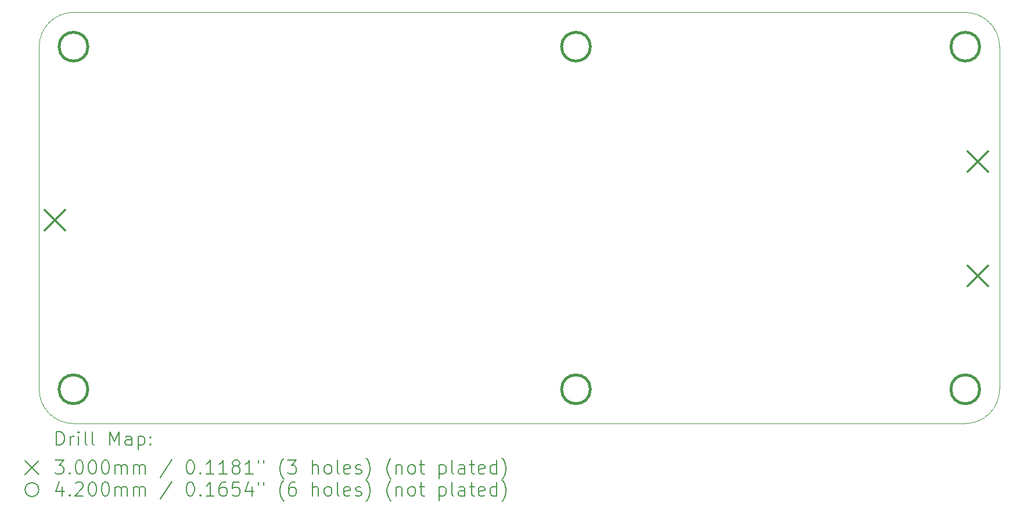
<source format=gbr>
%TF.GenerationSoftware,KiCad,Pcbnew,(6.0.7-1)-1*%
%TF.CreationDate,2022-12-12T00:26:39-05:00*%
%TF.ProjectId,HVPCB,48565043-422e-46b6-9963-61645f706362,rev?*%
%TF.SameCoordinates,Original*%
%TF.FileFunction,Drillmap*%
%TF.FilePolarity,Positive*%
%FSLAX45Y45*%
G04 Gerber Fmt 4.5, Leading zero omitted, Abs format (unit mm)*
G04 Created by KiCad (PCBNEW (6.0.7-1)-1) date 2022-12-12 00:26:39*
%MOMM*%
%LPD*%
G01*
G04 APERTURE LIST*
%ADD10C,0.100000*%
%ADD11C,0.200000*%
%ADD12C,0.300000*%
%ADD13C,0.420000*%
G04 APERTURE END LIST*
D10*
X21900000Y-6850000D02*
X21900000Y-11850000D01*
X8400000Y-6350000D02*
X21400000Y-6350000D01*
X7900000Y-11850000D02*
G75*
G03*
X8400000Y-12350000I500000J0D01*
G01*
X8400000Y-6350000D02*
G75*
G03*
X7900000Y-6850000I0J-500000D01*
G01*
X7900000Y-11850000D02*
X7900000Y-6850000D01*
X21400000Y-12350000D02*
G75*
G03*
X21900000Y-11850000I0J500000D01*
G01*
X21900000Y-6850000D02*
G75*
G03*
X21400000Y-6350000I-500000J0D01*
G01*
X21400000Y-12350000D02*
X8400000Y-12350000D01*
D11*
D12*
X7977389Y-9232553D02*
X8277389Y-9532553D01*
X8277389Y-9232553D02*
X7977389Y-9532553D01*
X21432000Y-8375000D02*
X21732000Y-8675000D01*
X21732000Y-8375000D02*
X21432000Y-8675000D01*
X21432000Y-10045000D02*
X21732000Y-10345000D01*
X21732000Y-10045000D02*
X21432000Y-10345000D01*
D13*
X8610000Y-6850000D02*
G75*
G03*
X8610000Y-6850000I-210000J0D01*
G01*
X8610000Y-11850000D02*
G75*
G03*
X8610000Y-11850000I-210000J0D01*
G01*
X15935000Y-6850000D02*
G75*
G03*
X15935000Y-6850000I-210000J0D01*
G01*
X15935000Y-11850000D02*
G75*
G03*
X15935000Y-11850000I-210000J0D01*
G01*
X21610000Y-6850000D02*
G75*
G03*
X21610000Y-6850000I-210000J0D01*
G01*
X21610000Y-11850000D02*
G75*
G03*
X21610000Y-11850000I-210000J0D01*
G01*
D11*
X8152619Y-12665476D02*
X8152619Y-12465476D01*
X8200238Y-12465476D01*
X8228809Y-12475000D01*
X8247857Y-12494048D01*
X8257381Y-12513095D01*
X8266905Y-12551190D01*
X8266905Y-12579762D01*
X8257381Y-12617857D01*
X8247857Y-12636905D01*
X8228809Y-12655952D01*
X8200238Y-12665476D01*
X8152619Y-12665476D01*
X8352619Y-12665476D02*
X8352619Y-12532143D01*
X8352619Y-12570238D02*
X8362143Y-12551190D01*
X8371667Y-12541667D01*
X8390714Y-12532143D01*
X8409762Y-12532143D01*
X8476429Y-12665476D02*
X8476429Y-12532143D01*
X8476429Y-12465476D02*
X8466905Y-12475000D01*
X8476429Y-12484524D01*
X8485952Y-12475000D01*
X8476429Y-12465476D01*
X8476429Y-12484524D01*
X8600238Y-12665476D02*
X8581190Y-12655952D01*
X8571667Y-12636905D01*
X8571667Y-12465476D01*
X8705000Y-12665476D02*
X8685952Y-12655952D01*
X8676429Y-12636905D01*
X8676429Y-12465476D01*
X8933571Y-12665476D02*
X8933571Y-12465476D01*
X9000238Y-12608333D01*
X9066905Y-12465476D01*
X9066905Y-12665476D01*
X9247857Y-12665476D02*
X9247857Y-12560714D01*
X9238333Y-12541667D01*
X9219286Y-12532143D01*
X9181190Y-12532143D01*
X9162143Y-12541667D01*
X9247857Y-12655952D02*
X9228810Y-12665476D01*
X9181190Y-12665476D01*
X9162143Y-12655952D01*
X9152619Y-12636905D01*
X9152619Y-12617857D01*
X9162143Y-12598809D01*
X9181190Y-12589286D01*
X9228810Y-12589286D01*
X9247857Y-12579762D01*
X9343095Y-12532143D02*
X9343095Y-12732143D01*
X9343095Y-12541667D02*
X9362143Y-12532143D01*
X9400238Y-12532143D01*
X9419286Y-12541667D01*
X9428810Y-12551190D01*
X9438333Y-12570238D01*
X9438333Y-12627381D01*
X9428810Y-12646428D01*
X9419286Y-12655952D01*
X9400238Y-12665476D01*
X9362143Y-12665476D01*
X9343095Y-12655952D01*
X9524048Y-12646428D02*
X9533571Y-12655952D01*
X9524048Y-12665476D01*
X9514524Y-12655952D01*
X9524048Y-12646428D01*
X9524048Y-12665476D01*
X9524048Y-12541667D02*
X9533571Y-12551190D01*
X9524048Y-12560714D01*
X9514524Y-12551190D01*
X9524048Y-12541667D01*
X9524048Y-12560714D01*
X7695000Y-12895000D02*
X7895000Y-13095000D01*
X7895000Y-12895000D02*
X7695000Y-13095000D01*
X8133571Y-12885476D02*
X8257381Y-12885476D01*
X8190714Y-12961667D01*
X8219286Y-12961667D01*
X8238333Y-12971190D01*
X8247857Y-12980714D01*
X8257381Y-12999762D01*
X8257381Y-13047381D01*
X8247857Y-13066428D01*
X8238333Y-13075952D01*
X8219286Y-13085476D01*
X8162143Y-13085476D01*
X8143095Y-13075952D01*
X8133571Y-13066428D01*
X8343095Y-13066428D02*
X8352619Y-13075952D01*
X8343095Y-13085476D01*
X8333571Y-13075952D01*
X8343095Y-13066428D01*
X8343095Y-13085476D01*
X8476429Y-12885476D02*
X8495476Y-12885476D01*
X8514524Y-12895000D01*
X8524048Y-12904524D01*
X8533571Y-12923571D01*
X8543095Y-12961667D01*
X8543095Y-13009286D01*
X8533571Y-13047381D01*
X8524048Y-13066428D01*
X8514524Y-13075952D01*
X8495476Y-13085476D01*
X8476429Y-13085476D01*
X8457381Y-13075952D01*
X8447857Y-13066428D01*
X8438333Y-13047381D01*
X8428810Y-13009286D01*
X8428810Y-12961667D01*
X8438333Y-12923571D01*
X8447857Y-12904524D01*
X8457381Y-12895000D01*
X8476429Y-12885476D01*
X8666905Y-12885476D02*
X8685952Y-12885476D01*
X8705000Y-12895000D01*
X8714524Y-12904524D01*
X8724048Y-12923571D01*
X8733571Y-12961667D01*
X8733571Y-13009286D01*
X8724048Y-13047381D01*
X8714524Y-13066428D01*
X8705000Y-13075952D01*
X8685952Y-13085476D01*
X8666905Y-13085476D01*
X8647857Y-13075952D01*
X8638333Y-13066428D01*
X8628810Y-13047381D01*
X8619286Y-13009286D01*
X8619286Y-12961667D01*
X8628810Y-12923571D01*
X8638333Y-12904524D01*
X8647857Y-12895000D01*
X8666905Y-12885476D01*
X8857381Y-12885476D02*
X8876429Y-12885476D01*
X8895476Y-12895000D01*
X8905000Y-12904524D01*
X8914524Y-12923571D01*
X8924048Y-12961667D01*
X8924048Y-13009286D01*
X8914524Y-13047381D01*
X8905000Y-13066428D01*
X8895476Y-13075952D01*
X8876429Y-13085476D01*
X8857381Y-13085476D01*
X8838333Y-13075952D01*
X8828810Y-13066428D01*
X8819286Y-13047381D01*
X8809762Y-13009286D01*
X8809762Y-12961667D01*
X8819286Y-12923571D01*
X8828810Y-12904524D01*
X8838333Y-12895000D01*
X8857381Y-12885476D01*
X9009762Y-13085476D02*
X9009762Y-12952143D01*
X9009762Y-12971190D02*
X9019286Y-12961667D01*
X9038333Y-12952143D01*
X9066905Y-12952143D01*
X9085952Y-12961667D01*
X9095476Y-12980714D01*
X9095476Y-13085476D01*
X9095476Y-12980714D02*
X9105000Y-12961667D01*
X9124048Y-12952143D01*
X9152619Y-12952143D01*
X9171667Y-12961667D01*
X9181190Y-12980714D01*
X9181190Y-13085476D01*
X9276429Y-13085476D02*
X9276429Y-12952143D01*
X9276429Y-12971190D02*
X9285952Y-12961667D01*
X9305000Y-12952143D01*
X9333571Y-12952143D01*
X9352619Y-12961667D01*
X9362143Y-12980714D01*
X9362143Y-13085476D01*
X9362143Y-12980714D02*
X9371667Y-12961667D01*
X9390714Y-12952143D01*
X9419286Y-12952143D01*
X9438333Y-12961667D01*
X9447857Y-12980714D01*
X9447857Y-13085476D01*
X9838333Y-12875952D02*
X9666905Y-13133095D01*
X10095476Y-12885476D02*
X10114524Y-12885476D01*
X10133571Y-12895000D01*
X10143095Y-12904524D01*
X10152619Y-12923571D01*
X10162143Y-12961667D01*
X10162143Y-13009286D01*
X10152619Y-13047381D01*
X10143095Y-13066428D01*
X10133571Y-13075952D01*
X10114524Y-13085476D01*
X10095476Y-13085476D01*
X10076429Y-13075952D01*
X10066905Y-13066428D01*
X10057381Y-13047381D01*
X10047857Y-13009286D01*
X10047857Y-12961667D01*
X10057381Y-12923571D01*
X10066905Y-12904524D01*
X10076429Y-12895000D01*
X10095476Y-12885476D01*
X10247857Y-13066428D02*
X10257381Y-13075952D01*
X10247857Y-13085476D01*
X10238333Y-13075952D01*
X10247857Y-13066428D01*
X10247857Y-13085476D01*
X10447857Y-13085476D02*
X10333571Y-13085476D01*
X10390714Y-13085476D02*
X10390714Y-12885476D01*
X10371667Y-12914048D01*
X10352619Y-12933095D01*
X10333571Y-12942619D01*
X10638333Y-13085476D02*
X10524048Y-13085476D01*
X10581190Y-13085476D02*
X10581190Y-12885476D01*
X10562143Y-12914048D01*
X10543095Y-12933095D01*
X10524048Y-12942619D01*
X10752619Y-12971190D02*
X10733571Y-12961667D01*
X10724048Y-12952143D01*
X10714524Y-12933095D01*
X10714524Y-12923571D01*
X10724048Y-12904524D01*
X10733571Y-12895000D01*
X10752619Y-12885476D01*
X10790714Y-12885476D01*
X10809762Y-12895000D01*
X10819286Y-12904524D01*
X10828810Y-12923571D01*
X10828810Y-12933095D01*
X10819286Y-12952143D01*
X10809762Y-12961667D01*
X10790714Y-12971190D01*
X10752619Y-12971190D01*
X10733571Y-12980714D01*
X10724048Y-12990238D01*
X10714524Y-13009286D01*
X10714524Y-13047381D01*
X10724048Y-13066428D01*
X10733571Y-13075952D01*
X10752619Y-13085476D01*
X10790714Y-13085476D01*
X10809762Y-13075952D01*
X10819286Y-13066428D01*
X10828810Y-13047381D01*
X10828810Y-13009286D01*
X10819286Y-12990238D01*
X10809762Y-12980714D01*
X10790714Y-12971190D01*
X11019286Y-13085476D02*
X10905000Y-13085476D01*
X10962143Y-13085476D02*
X10962143Y-12885476D01*
X10943095Y-12914048D01*
X10924048Y-12933095D01*
X10905000Y-12942619D01*
X11095476Y-12885476D02*
X11095476Y-12923571D01*
X11171667Y-12885476D02*
X11171667Y-12923571D01*
X11466905Y-13161667D02*
X11457381Y-13152143D01*
X11438333Y-13123571D01*
X11428809Y-13104524D01*
X11419286Y-13075952D01*
X11409762Y-13028333D01*
X11409762Y-12990238D01*
X11419286Y-12942619D01*
X11428809Y-12914048D01*
X11438333Y-12895000D01*
X11457381Y-12866428D01*
X11466905Y-12856905D01*
X11524048Y-12885476D02*
X11647857Y-12885476D01*
X11581190Y-12961667D01*
X11609762Y-12961667D01*
X11628809Y-12971190D01*
X11638333Y-12980714D01*
X11647857Y-12999762D01*
X11647857Y-13047381D01*
X11638333Y-13066428D01*
X11628809Y-13075952D01*
X11609762Y-13085476D01*
X11552619Y-13085476D01*
X11533571Y-13075952D01*
X11524048Y-13066428D01*
X11885952Y-13085476D02*
X11885952Y-12885476D01*
X11971667Y-13085476D02*
X11971667Y-12980714D01*
X11962143Y-12961667D01*
X11943095Y-12952143D01*
X11914524Y-12952143D01*
X11895476Y-12961667D01*
X11885952Y-12971190D01*
X12095476Y-13085476D02*
X12076428Y-13075952D01*
X12066905Y-13066428D01*
X12057381Y-13047381D01*
X12057381Y-12990238D01*
X12066905Y-12971190D01*
X12076428Y-12961667D01*
X12095476Y-12952143D01*
X12124048Y-12952143D01*
X12143095Y-12961667D01*
X12152619Y-12971190D01*
X12162143Y-12990238D01*
X12162143Y-13047381D01*
X12152619Y-13066428D01*
X12143095Y-13075952D01*
X12124048Y-13085476D01*
X12095476Y-13085476D01*
X12276428Y-13085476D02*
X12257381Y-13075952D01*
X12247857Y-13056905D01*
X12247857Y-12885476D01*
X12428809Y-13075952D02*
X12409762Y-13085476D01*
X12371667Y-13085476D01*
X12352619Y-13075952D01*
X12343095Y-13056905D01*
X12343095Y-12980714D01*
X12352619Y-12961667D01*
X12371667Y-12952143D01*
X12409762Y-12952143D01*
X12428809Y-12961667D01*
X12438333Y-12980714D01*
X12438333Y-12999762D01*
X12343095Y-13018809D01*
X12514524Y-13075952D02*
X12533571Y-13085476D01*
X12571667Y-13085476D01*
X12590714Y-13075952D01*
X12600238Y-13056905D01*
X12600238Y-13047381D01*
X12590714Y-13028333D01*
X12571667Y-13018809D01*
X12543095Y-13018809D01*
X12524048Y-13009286D01*
X12514524Y-12990238D01*
X12514524Y-12980714D01*
X12524048Y-12961667D01*
X12543095Y-12952143D01*
X12571667Y-12952143D01*
X12590714Y-12961667D01*
X12666905Y-13161667D02*
X12676428Y-13152143D01*
X12695476Y-13123571D01*
X12705000Y-13104524D01*
X12714524Y-13075952D01*
X12724048Y-13028333D01*
X12724048Y-12990238D01*
X12714524Y-12942619D01*
X12705000Y-12914048D01*
X12695476Y-12895000D01*
X12676428Y-12866428D01*
X12666905Y-12856905D01*
X13028809Y-13161667D02*
X13019286Y-13152143D01*
X13000238Y-13123571D01*
X12990714Y-13104524D01*
X12981190Y-13075952D01*
X12971667Y-13028333D01*
X12971667Y-12990238D01*
X12981190Y-12942619D01*
X12990714Y-12914048D01*
X13000238Y-12895000D01*
X13019286Y-12866428D01*
X13028809Y-12856905D01*
X13105000Y-12952143D02*
X13105000Y-13085476D01*
X13105000Y-12971190D02*
X13114524Y-12961667D01*
X13133571Y-12952143D01*
X13162143Y-12952143D01*
X13181190Y-12961667D01*
X13190714Y-12980714D01*
X13190714Y-13085476D01*
X13314524Y-13085476D02*
X13295476Y-13075952D01*
X13285952Y-13066428D01*
X13276428Y-13047381D01*
X13276428Y-12990238D01*
X13285952Y-12971190D01*
X13295476Y-12961667D01*
X13314524Y-12952143D01*
X13343095Y-12952143D01*
X13362143Y-12961667D01*
X13371667Y-12971190D01*
X13381190Y-12990238D01*
X13381190Y-13047381D01*
X13371667Y-13066428D01*
X13362143Y-13075952D01*
X13343095Y-13085476D01*
X13314524Y-13085476D01*
X13438333Y-12952143D02*
X13514524Y-12952143D01*
X13466905Y-12885476D02*
X13466905Y-13056905D01*
X13476428Y-13075952D01*
X13495476Y-13085476D01*
X13514524Y-13085476D01*
X13733571Y-12952143D02*
X13733571Y-13152143D01*
X13733571Y-12961667D02*
X13752619Y-12952143D01*
X13790714Y-12952143D01*
X13809762Y-12961667D01*
X13819286Y-12971190D01*
X13828809Y-12990238D01*
X13828809Y-13047381D01*
X13819286Y-13066428D01*
X13809762Y-13075952D01*
X13790714Y-13085476D01*
X13752619Y-13085476D01*
X13733571Y-13075952D01*
X13943095Y-13085476D02*
X13924048Y-13075952D01*
X13914524Y-13056905D01*
X13914524Y-12885476D01*
X14105000Y-13085476D02*
X14105000Y-12980714D01*
X14095476Y-12961667D01*
X14076428Y-12952143D01*
X14038333Y-12952143D01*
X14019286Y-12961667D01*
X14105000Y-13075952D02*
X14085952Y-13085476D01*
X14038333Y-13085476D01*
X14019286Y-13075952D01*
X14009762Y-13056905D01*
X14009762Y-13037857D01*
X14019286Y-13018809D01*
X14038333Y-13009286D01*
X14085952Y-13009286D01*
X14105000Y-12999762D01*
X14171667Y-12952143D02*
X14247857Y-12952143D01*
X14200238Y-12885476D02*
X14200238Y-13056905D01*
X14209762Y-13075952D01*
X14228809Y-13085476D01*
X14247857Y-13085476D01*
X14390714Y-13075952D02*
X14371667Y-13085476D01*
X14333571Y-13085476D01*
X14314524Y-13075952D01*
X14305000Y-13056905D01*
X14305000Y-12980714D01*
X14314524Y-12961667D01*
X14333571Y-12952143D01*
X14371667Y-12952143D01*
X14390714Y-12961667D01*
X14400238Y-12980714D01*
X14400238Y-12999762D01*
X14305000Y-13018809D01*
X14571667Y-13085476D02*
X14571667Y-12885476D01*
X14571667Y-13075952D02*
X14552619Y-13085476D01*
X14514524Y-13085476D01*
X14495476Y-13075952D01*
X14485952Y-13066428D01*
X14476428Y-13047381D01*
X14476428Y-12990238D01*
X14485952Y-12971190D01*
X14495476Y-12961667D01*
X14514524Y-12952143D01*
X14552619Y-12952143D01*
X14571667Y-12961667D01*
X14647857Y-13161667D02*
X14657381Y-13152143D01*
X14676428Y-13123571D01*
X14685952Y-13104524D01*
X14695476Y-13075952D01*
X14705000Y-13028333D01*
X14705000Y-12990238D01*
X14695476Y-12942619D01*
X14685952Y-12914048D01*
X14676428Y-12895000D01*
X14657381Y-12866428D01*
X14647857Y-12856905D01*
X7895000Y-13315000D02*
G75*
G03*
X7895000Y-13315000I-100000J0D01*
G01*
X8238333Y-13272143D02*
X8238333Y-13405476D01*
X8190714Y-13195952D02*
X8143095Y-13338809D01*
X8266905Y-13338809D01*
X8343095Y-13386428D02*
X8352619Y-13395952D01*
X8343095Y-13405476D01*
X8333571Y-13395952D01*
X8343095Y-13386428D01*
X8343095Y-13405476D01*
X8428810Y-13224524D02*
X8438333Y-13215000D01*
X8457381Y-13205476D01*
X8505000Y-13205476D01*
X8524048Y-13215000D01*
X8533571Y-13224524D01*
X8543095Y-13243571D01*
X8543095Y-13262619D01*
X8533571Y-13291190D01*
X8419286Y-13405476D01*
X8543095Y-13405476D01*
X8666905Y-13205476D02*
X8685952Y-13205476D01*
X8705000Y-13215000D01*
X8714524Y-13224524D01*
X8724048Y-13243571D01*
X8733571Y-13281667D01*
X8733571Y-13329286D01*
X8724048Y-13367381D01*
X8714524Y-13386428D01*
X8705000Y-13395952D01*
X8685952Y-13405476D01*
X8666905Y-13405476D01*
X8647857Y-13395952D01*
X8638333Y-13386428D01*
X8628810Y-13367381D01*
X8619286Y-13329286D01*
X8619286Y-13281667D01*
X8628810Y-13243571D01*
X8638333Y-13224524D01*
X8647857Y-13215000D01*
X8666905Y-13205476D01*
X8857381Y-13205476D02*
X8876429Y-13205476D01*
X8895476Y-13215000D01*
X8905000Y-13224524D01*
X8914524Y-13243571D01*
X8924048Y-13281667D01*
X8924048Y-13329286D01*
X8914524Y-13367381D01*
X8905000Y-13386428D01*
X8895476Y-13395952D01*
X8876429Y-13405476D01*
X8857381Y-13405476D01*
X8838333Y-13395952D01*
X8828810Y-13386428D01*
X8819286Y-13367381D01*
X8809762Y-13329286D01*
X8809762Y-13281667D01*
X8819286Y-13243571D01*
X8828810Y-13224524D01*
X8838333Y-13215000D01*
X8857381Y-13205476D01*
X9009762Y-13405476D02*
X9009762Y-13272143D01*
X9009762Y-13291190D02*
X9019286Y-13281667D01*
X9038333Y-13272143D01*
X9066905Y-13272143D01*
X9085952Y-13281667D01*
X9095476Y-13300714D01*
X9095476Y-13405476D01*
X9095476Y-13300714D02*
X9105000Y-13281667D01*
X9124048Y-13272143D01*
X9152619Y-13272143D01*
X9171667Y-13281667D01*
X9181190Y-13300714D01*
X9181190Y-13405476D01*
X9276429Y-13405476D02*
X9276429Y-13272143D01*
X9276429Y-13291190D02*
X9285952Y-13281667D01*
X9305000Y-13272143D01*
X9333571Y-13272143D01*
X9352619Y-13281667D01*
X9362143Y-13300714D01*
X9362143Y-13405476D01*
X9362143Y-13300714D02*
X9371667Y-13281667D01*
X9390714Y-13272143D01*
X9419286Y-13272143D01*
X9438333Y-13281667D01*
X9447857Y-13300714D01*
X9447857Y-13405476D01*
X9838333Y-13195952D02*
X9666905Y-13453095D01*
X10095476Y-13205476D02*
X10114524Y-13205476D01*
X10133571Y-13215000D01*
X10143095Y-13224524D01*
X10152619Y-13243571D01*
X10162143Y-13281667D01*
X10162143Y-13329286D01*
X10152619Y-13367381D01*
X10143095Y-13386428D01*
X10133571Y-13395952D01*
X10114524Y-13405476D01*
X10095476Y-13405476D01*
X10076429Y-13395952D01*
X10066905Y-13386428D01*
X10057381Y-13367381D01*
X10047857Y-13329286D01*
X10047857Y-13281667D01*
X10057381Y-13243571D01*
X10066905Y-13224524D01*
X10076429Y-13215000D01*
X10095476Y-13205476D01*
X10247857Y-13386428D02*
X10257381Y-13395952D01*
X10247857Y-13405476D01*
X10238333Y-13395952D01*
X10247857Y-13386428D01*
X10247857Y-13405476D01*
X10447857Y-13405476D02*
X10333571Y-13405476D01*
X10390714Y-13405476D02*
X10390714Y-13205476D01*
X10371667Y-13234048D01*
X10352619Y-13253095D01*
X10333571Y-13262619D01*
X10619286Y-13205476D02*
X10581190Y-13205476D01*
X10562143Y-13215000D01*
X10552619Y-13224524D01*
X10533571Y-13253095D01*
X10524048Y-13291190D01*
X10524048Y-13367381D01*
X10533571Y-13386428D01*
X10543095Y-13395952D01*
X10562143Y-13405476D01*
X10600238Y-13405476D01*
X10619286Y-13395952D01*
X10628810Y-13386428D01*
X10638333Y-13367381D01*
X10638333Y-13319762D01*
X10628810Y-13300714D01*
X10619286Y-13291190D01*
X10600238Y-13281667D01*
X10562143Y-13281667D01*
X10543095Y-13291190D01*
X10533571Y-13300714D01*
X10524048Y-13319762D01*
X10819286Y-13205476D02*
X10724048Y-13205476D01*
X10714524Y-13300714D01*
X10724048Y-13291190D01*
X10743095Y-13281667D01*
X10790714Y-13281667D01*
X10809762Y-13291190D01*
X10819286Y-13300714D01*
X10828810Y-13319762D01*
X10828810Y-13367381D01*
X10819286Y-13386428D01*
X10809762Y-13395952D01*
X10790714Y-13405476D01*
X10743095Y-13405476D01*
X10724048Y-13395952D01*
X10714524Y-13386428D01*
X11000238Y-13272143D02*
X11000238Y-13405476D01*
X10952619Y-13195952D02*
X10905000Y-13338809D01*
X11028810Y-13338809D01*
X11095476Y-13205476D02*
X11095476Y-13243571D01*
X11171667Y-13205476D02*
X11171667Y-13243571D01*
X11466905Y-13481667D02*
X11457381Y-13472143D01*
X11438333Y-13443571D01*
X11428809Y-13424524D01*
X11419286Y-13395952D01*
X11409762Y-13348333D01*
X11409762Y-13310238D01*
X11419286Y-13262619D01*
X11428809Y-13234048D01*
X11438333Y-13215000D01*
X11457381Y-13186428D01*
X11466905Y-13176905D01*
X11628809Y-13205476D02*
X11590714Y-13205476D01*
X11571667Y-13215000D01*
X11562143Y-13224524D01*
X11543095Y-13253095D01*
X11533571Y-13291190D01*
X11533571Y-13367381D01*
X11543095Y-13386428D01*
X11552619Y-13395952D01*
X11571667Y-13405476D01*
X11609762Y-13405476D01*
X11628809Y-13395952D01*
X11638333Y-13386428D01*
X11647857Y-13367381D01*
X11647857Y-13319762D01*
X11638333Y-13300714D01*
X11628809Y-13291190D01*
X11609762Y-13281667D01*
X11571667Y-13281667D01*
X11552619Y-13291190D01*
X11543095Y-13300714D01*
X11533571Y-13319762D01*
X11885952Y-13405476D02*
X11885952Y-13205476D01*
X11971667Y-13405476D02*
X11971667Y-13300714D01*
X11962143Y-13281667D01*
X11943095Y-13272143D01*
X11914524Y-13272143D01*
X11895476Y-13281667D01*
X11885952Y-13291190D01*
X12095476Y-13405476D02*
X12076428Y-13395952D01*
X12066905Y-13386428D01*
X12057381Y-13367381D01*
X12057381Y-13310238D01*
X12066905Y-13291190D01*
X12076428Y-13281667D01*
X12095476Y-13272143D01*
X12124048Y-13272143D01*
X12143095Y-13281667D01*
X12152619Y-13291190D01*
X12162143Y-13310238D01*
X12162143Y-13367381D01*
X12152619Y-13386428D01*
X12143095Y-13395952D01*
X12124048Y-13405476D01*
X12095476Y-13405476D01*
X12276428Y-13405476D02*
X12257381Y-13395952D01*
X12247857Y-13376905D01*
X12247857Y-13205476D01*
X12428809Y-13395952D02*
X12409762Y-13405476D01*
X12371667Y-13405476D01*
X12352619Y-13395952D01*
X12343095Y-13376905D01*
X12343095Y-13300714D01*
X12352619Y-13281667D01*
X12371667Y-13272143D01*
X12409762Y-13272143D01*
X12428809Y-13281667D01*
X12438333Y-13300714D01*
X12438333Y-13319762D01*
X12343095Y-13338809D01*
X12514524Y-13395952D02*
X12533571Y-13405476D01*
X12571667Y-13405476D01*
X12590714Y-13395952D01*
X12600238Y-13376905D01*
X12600238Y-13367381D01*
X12590714Y-13348333D01*
X12571667Y-13338809D01*
X12543095Y-13338809D01*
X12524048Y-13329286D01*
X12514524Y-13310238D01*
X12514524Y-13300714D01*
X12524048Y-13281667D01*
X12543095Y-13272143D01*
X12571667Y-13272143D01*
X12590714Y-13281667D01*
X12666905Y-13481667D02*
X12676428Y-13472143D01*
X12695476Y-13443571D01*
X12705000Y-13424524D01*
X12714524Y-13395952D01*
X12724048Y-13348333D01*
X12724048Y-13310238D01*
X12714524Y-13262619D01*
X12705000Y-13234048D01*
X12695476Y-13215000D01*
X12676428Y-13186428D01*
X12666905Y-13176905D01*
X13028809Y-13481667D02*
X13019286Y-13472143D01*
X13000238Y-13443571D01*
X12990714Y-13424524D01*
X12981190Y-13395952D01*
X12971667Y-13348333D01*
X12971667Y-13310238D01*
X12981190Y-13262619D01*
X12990714Y-13234048D01*
X13000238Y-13215000D01*
X13019286Y-13186428D01*
X13028809Y-13176905D01*
X13105000Y-13272143D02*
X13105000Y-13405476D01*
X13105000Y-13291190D02*
X13114524Y-13281667D01*
X13133571Y-13272143D01*
X13162143Y-13272143D01*
X13181190Y-13281667D01*
X13190714Y-13300714D01*
X13190714Y-13405476D01*
X13314524Y-13405476D02*
X13295476Y-13395952D01*
X13285952Y-13386428D01*
X13276428Y-13367381D01*
X13276428Y-13310238D01*
X13285952Y-13291190D01*
X13295476Y-13281667D01*
X13314524Y-13272143D01*
X13343095Y-13272143D01*
X13362143Y-13281667D01*
X13371667Y-13291190D01*
X13381190Y-13310238D01*
X13381190Y-13367381D01*
X13371667Y-13386428D01*
X13362143Y-13395952D01*
X13343095Y-13405476D01*
X13314524Y-13405476D01*
X13438333Y-13272143D02*
X13514524Y-13272143D01*
X13466905Y-13205476D02*
X13466905Y-13376905D01*
X13476428Y-13395952D01*
X13495476Y-13405476D01*
X13514524Y-13405476D01*
X13733571Y-13272143D02*
X13733571Y-13472143D01*
X13733571Y-13281667D02*
X13752619Y-13272143D01*
X13790714Y-13272143D01*
X13809762Y-13281667D01*
X13819286Y-13291190D01*
X13828809Y-13310238D01*
X13828809Y-13367381D01*
X13819286Y-13386428D01*
X13809762Y-13395952D01*
X13790714Y-13405476D01*
X13752619Y-13405476D01*
X13733571Y-13395952D01*
X13943095Y-13405476D02*
X13924048Y-13395952D01*
X13914524Y-13376905D01*
X13914524Y-13205476D01*
X14105000Y-13405476D02*
X14105000Y-13300714D01*
X14095476Y-13281667D01*
X14076428Y-13272143D01*
X14038333Y-13272143D01*
X14019286Y-13281667D01*
X14105000Y-13395952D02*
X14085952Y-13405476D01*
X14038333Y-13405476D01*
X14019286Y-13395952D01*
X14009762Y-13376905D01*
X14009762Y-13357857D01*
X14019286Y-13338809D01*
X14038333Y-13329286D01*
X14085952Y-13329286D01*
X14105000Y-13319762D01*
X14171667Y-13272143D02*
X14247857Y-13272143D01*
X14200238Y-13205476D02*
X14200238Y-13376905D01*
X14209762Y-13395952D01*
X14228809Y-13405476D01*
X14247857Y-13405476D01*
X14390714Y-13395952D02*
X14371667Y-13405476D01*
X14333571Y-13405476D01*
X14314524Y-13395952D01*
X14305000Y-13376905D01*
X14305000Y-13300714D01*
X14314524Y-13281667D01*
X14333571Y-13272143D01*
X14371667Y-13272143D01*
X14390714Y-13281667D01*
X14400238Y-13300714D01*
X14400238Y-13319762D01*
X14305000Y-13338809D01*
X14571667Y-13405476D02*
X14571667Y-13205476D01*
X14571667Y-13395952D02*
X14552619Y-13405476D01*
X14514524Y-13405476D01*
X14495476Y-13395952D01*
X14485952Y-13386428D01*
X14476428Y-13367381D01*
X14476428Y-13310238D01*
X14485952Y-13291190D01*
X14495476Y-13281667D01*
X14514524Y-13272143D01*
X14552619Y-13272143D01*
X14571667Y-13281667D01*
X14647857Y-13481667D02*
X14657381Y-13472143D01*
X14676428Y-13443571D01*
X14685952Y-13424524D01*
X14695476Y-13395952D01*
X14705000Y-13348333D01*
X14705000Y-13310238D01*
X14695476Y-13262619D01*
X14685952Y-13234048D01*
X14676428Y-13215000D01*
X14657381Y-13186428D01*
X14647857Y-13176905D01*
M02*

</source>
